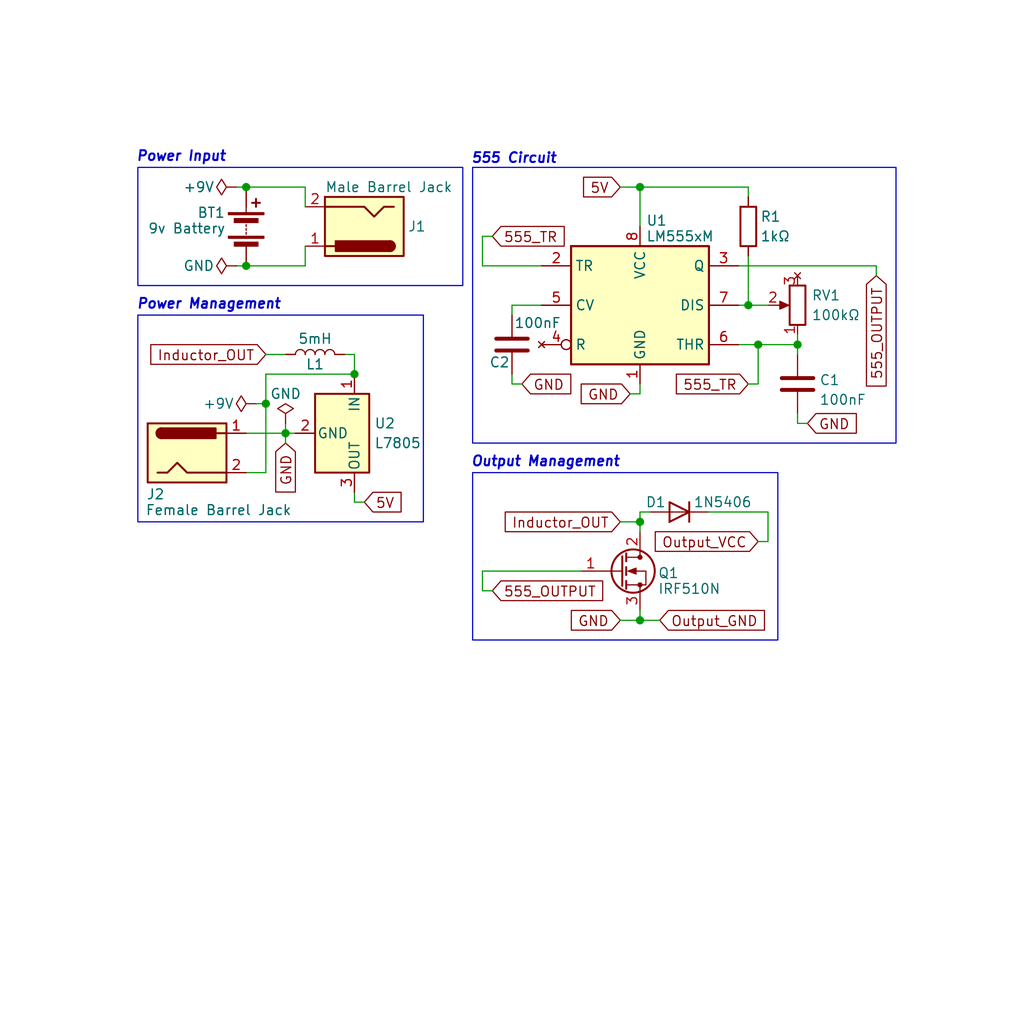
<source format=kicad_sch>
(kicad_sch (version 20231120) (generator "eeschema") (generator_version "8.0")
  (paper "User" 132.08 132.08)
  (title_block (title "Boost Converter") (date "2024-09-19") (rev "2") (company "Nicholas Niles") (comment 1 "Variable DC Boost Converter Circuit"))
  (lib_symbols
    (symbol "Connector:Barrel_Jack" (pin_names (offset 1.016))
      (property "Reference" "J" (at 0 5.334 0))
      (property "Value" "Barrel_Jack" (at 0 -5.08 0))
      (symbol "Barrel_Jack_0_1"
        (rectangle (start -5.08 3.81) (end 5.08 -3.81) (stroke (width 0.254)) (fill (type background)))
        (arc (start -3.302 3.175) (mid -3.9343 2.54) (end -3.302 1.905) (stroke (width 0.254)))
        (arc (start -3.302 3.175) (mid -3.9343 2.54) (end -3.302 1.905) (stroke (width 0.254)) (fill (type outline)))
        (polyline (pts (xy 5.08 2.54) (xy 3.81 2.54)) (stroke (width 0.254)))
        (polyline (pts (xy -3.81 -2.54) (xy -2.54 -2.54) (xy -1.27 -1.27) (xy 0 -2.54) (xy 2.54 -2.54) (xy 5.08 -2.54)) (stroke (width 0.254)))
        (rectangle (start 3.683 3.175) (end -3.302 1.905) (stroke (width 0.254)) (fill (type outline)))
      )
      (symbol "Barrel_Jack_1_1"
        (pin passive line (at 7.62 2.54 180) (length 2.54) (name "~") (number "1"))
        (pin passive line (at 7.62 -2.54 180) (length 2.54) (name "~") (number "2"))
      )
    )
    (symbol "Device:Battery" (pin_numbers hide) (pin_names (offset 0) hide)
      (property "Reference" "BT" (at 2.54 2.54 0))
      (property "Value" "Battery" (at 2.54 0 0))
      (symbol "Battery_0_1"
        (rectangle (start -2.286 -1.27) (end 2.286 -1.524) (fill (type outline)))
        (rectangle (start -2.286 1.778) (end 2.286 1.524) (fill (type outline)))
        (rectangle (start -1.524 -2.032) (end 1.524 -2.54) (fill (type outline)))
        (rectangle (start -1.524 1.016) (end 1.524 0.508) (fill (type outline)))
        (polyline (pts (xy 0 -1.016) (xy 0 -0.762)))
        (polyline (pts (xy 0 -0.508) (xy 0 -0.254)))
        (polyline (pts (xy 0 0) (xy 0 0.254)))
        (polyline (pts (xy 0 1.778) (xy 0 2.54)))
        (polyline (pts (xy 0.762 3.048) (xy 1.778 3.048)) (stroke (width 0.254)))
        (polyline (pts (xy 1.27 3.556) (xy 1.27 2.54)) (stroke (width 0.254)))
      )
      (symbol "Battery_1_1"
        (pin passive line (at 0 5.08 270) (length 2.54) (name "+") (number "1"))
        (pin passive line (at 0 -5.08 90) (length 2.54) (name "-") (number "2"))
      )
    )
    (symbol "Device:C" (pin_numbers hide) (pin_names (offset 0.254))
      (property "Reference" "C" (at 0.635 2.54 0))
      (property "Value" "C" (at 0.635 -2.54 0))
      (symbol "C_0_1"
        (polyline (pts (xy -2.032 -0.762) (xy 2.032 -0.762)) (stroke (width 0.508)))
        (polyline (pts (xy -2.032 0.762) (xy 2.032 0.762)) (stroke (width 0.508)))
      )
      (symbol "C_1_1"
        (pin passive line (at 0 3.81 270) (length 2.794) (name "~") (number "1"))
        (pin passive line (at 0 -3.81 90) (length 2.794) (name "~") (number "2"))
      )
    )
    (symbol "Device:D" (pin_numbers hide) (pin_names (offset 1.016) hide)
      (property "Reference" "D" (at 0 2.54 0))
      (property "Value" "D" (at 0 -2.54 0))
      (symbol "D_0_1"
        (polyline (pts (xy -1.27 1.27) (xy -1.27 -1.27)) (stroke (width 0.254)))
        (polyline (pts (xy 1.27 0) (xy -1.27 0)))
        (polyline (pts (xy 1.27 1.27) (xy 1.27 -1.27) (xy -1.27 0) (xy 1.27 1.27)) (stroke (width 0.254)))
      )
      (symbol "D_1_1"
        (pin passive line (at -3.81 0 0) (length 2.54) (name "K") (number "1"))
        (pin passive line (at 3.81 0 180) (length 2.54) (name "A") (number "2"))
      )
    )
    (symbol "Device:L" (pin_numbers hide) (pin_names (offset 1.016) hide)
      (property "Reference" "L" (at -1.27 0 90))
      (property "Value" "L" (at 1.905 0 90))
      (symbol "L_0_1"
        (arc (start 0 -2.54) (mid 0.6323 -1.905) (end 0 -1.27))
        (arc (start 0 -1.27) (mid 0.6323 -0.635) (end 0 0))
        (arc (start 0 0) (mid 0.6323 0.635) (end 0 1.27))
        (arc (start 0 1.27) (mid 0.6323 1.905) (end 0 2.54))
      )
      (symbol "L_1_1"
        (pin passive line (at 0 3.81 270) (length 1.27) (name "1") (number "1"))
        (pin passive line (at 0 -3.81 90) (length 1.27) (name "2") (number "2"))
      )
    )
    (symbol "Device:R" (pin_numbers hide) (pin_names (offset 0))
      (property "Reference" "R" (at 2.032 0 90))
      (property "Value" "R" (at 0 0 90))
      (symbol "R_0_1"
        (rectangle (start -1.016 -2.54) (end 1.016 2.54) (stroke (width 0.254)))
      )
      (symbol "R_1_1"
        (pin passive line (at 0 3.81 270) (length 1.27) (name "~") (number "1"))
        (pin passive line (at 0 -3.81 90) (length 1.27) (name "~") (number "2"))
      )
    )
    (symbol "Device:R_Potentiometer" (pin_names (offset 1.016) hide)
      (property "Reference" "RV1" (at -1.778 -1.27 0))
      (property "Value" "100kΩ" (at -1.778 1.27 0))
      (symbol "R_Potentiometer_0_1"
        (polyline (pts (xy 2.54 0) (xy 1.524 0)))
        (polyline (pts (xy 1.143 0) (xy 2.286 0.508) (xy 2.286 -0.508) (xy 1.143 0)) (fill (type outline)))
        (rectangle (start 1.016 2.54) (end -1.016 -2.54) (stroke (width 0.254)))
      )
      (symbol "R_Potentiometer_1_1"
        (pin passive line (at 0 3.81 270) (length 1.27) (name "1") (number "1"))
        (pin passive line (at 3.81 0 180) (length 1.27) (name "2") (number "2"))
        (pin no_connect line (at 0 -3.81 90) (length 1.27) (name "3") (number "3"))
      )
    )
    (symbol "Regulator_Linear:L7805" (pin_names (offset 0.254))
      (property "Reference" "U2" (at -1.27 2.54 90))
      (property "Value" "L7805" (at 1.27 2.54 90))
      (symbol "L7805_0_1"
        (rectangle (start -5.08 1.905) (end 5.08 -5.08) (stroke (width 0.254)) (fill (type background)))
      )
      (symbol "L7805_1_1"
        (pin power_in line (at -7.62 0 0) (length 2.54) (name "IN") (number "1"))
        (pin power_in line (at 0 -7.62 90) (length 2.54) (name "GND") (number "2"))
        (pin power_out line (at 7.62 0 180) (length 2.54) (name "OUT") (number "3"))
      )
    )
    (symbol "Timer:LM555xM"
      (property "Reference" "U1" (at 0.762 10.922 0))
      (property "Value" "LM555xM" (at 0.762 8.89 0))
      (symbol "LM555xM_0_0"
        (pin power_in line (at 0 -10.16 90) (length 2.54) (name "GND") (number "1"))
        (pin power_in line (at 0 10.16 270) (length 2.54) (name "VCC") (number "8"))
      )
      (symbol "LM555xM_0_1"
        (rectangle (start -8.89 -7.62) (end 8.89 7.62) (stroke (width 0.254)) (fill (type background)))
        (rectangle (start -8.89 -7.62) (end 8.89 7.62) (stroke (width 0.254)) (fill (type background)))
      )
      (symbol "LM555xM_1_1"
        (pin input line (at -12.7 5.08 0) (length 3.81) (name "TR") (number "2"))
        (pin output line (at 12.7 5.08 180) (length 3.81) (name "Q") (number "3"))
        (pin no_connect inverted (at -12.7 -5.08 0) (length 3.81) (name "R") (number "4"))
        (pin input line (at -12.7 0 0) (length 3.81) (name "CV") (number "5"))
        (pin input line (at 12.7 -5.08 180) (length 3.81) (name "THR") (number "6"))
        (pin input line (at 12.7 0 180) (length 3.81) (name "DIS") (number "7"))
      )
    )
    (symbol "Transistor_FET:IRF540N" (pin_names hide)
      (property "Reference" "Q1" (at 6.35 1.2701 0))
      (property "Value" "IRF540N" (at 6.35 -1.2699 0))
      (symbol "IRF540N_0_1"
        (polyline (pts (xy 0.254 0) (xy -2.54 0)))
        (polyline (pts (xy 0.254 1.905) (xy 0.254 -1.905)) (stroke (width 0.254)))
        (polyline (pts (xy 0.762 -1.27) (xy 0.762 -2.286)) (stroke (width 0.254)))
        (polyline (pts (xy 0.762 0.508) (xy 0.762 -0.508)) (stroke (width 0.254)))
        (polyline (pts (xy 0.762 2.286) (xy 0.762 1.27)) (stroke (width 0.254)))
        (polyline (pts (xy 2.54 2.54) (xy 2.54 1.778)))
        (polyline (pts (xy 3.302 -1.778) (xy 2.54 -1.778) (xy 2.54 -2.54)))
        (polyline (pts (xy 3.302 -1.778) (xy 3.302 0) (xy 1.524 0)))
        (polyline (pts (xy 0.762 -1.778) (xy 2.54 -1.778) (xy 2.54 -1.778) (xy 0.762 -1.778)))
        (polyline (pts (xy 0.762 1.778) (xy 2.54 1.778) (xy 2.54 1.778) (xy 0.762 1.778)))
        (polyline (pts (xy 1.016 0) (xy 2.032 0.381) (xy 2.032 -0.381) (xy 1.016 0)) (fill (type outline)))
        (circle (center 1.651 0) (radius 2.794) (stroke (width 0.254)))
        (circle (center 2.54 -1.778) (radius 0.254) (fill (type outline)))
        (circle (center 2.54 1.778) (radius 0.254) (fill (type outline)))
      )
      (symbol "IRF540N_1_1"
        (pin input line (at -5.08 0 0) (length 2.54) (name "G") (number "1"))
        (pin passive line (at 2.54 5.08 270) (length 2.54) (name "D") (number "2"))
        (pin passive line (at 2.54 -5.08 90) (length 2.54) (name "S") (number "3"))
      )
    )
    (symbol "power:PWR_FLAG" (power) (pin_numbers hide) (pin_names (offset 0) hide)
      (property "Value" "PWR_FLAG" (at 0 3.81 0))
      (symbol "PWR_FLAG_0_0"
        (pin power_out line (at 0 0 90) (length 0) (name "~") (number "1"))
      )
      (symbol "PWR_FLAG_0_1"
        (polyline (pts (xy 0 0) (xy 0 1.27) (xy -1.016 1.905) (xy 0 2.54) (xy 1.016 1.905) (xy 0 1.27)))
      )
    )
  )
  (junction (at 82.55 80.01))
  (junction (at 102.87 44.45))
  (junction (at 97.79 44.45))
  (junction (at 34.29 52.07))
  (junction (at 82.55 67.31))
  (junction (at 45.72 48.26))
  (junction (at 31.75 34.29))
  (junction (at 31.75 24.13))
  (junction (at 82.55 24.13))
  (junction (at 96.52 39.37))
  (junction (at 36.83 55.88))
  (wire (pts (xy 96.52 39.37) (xy 99.06 39.37)))
  (wire (pts (xy 31.75 55.88) (xy 36.83 55.88)))
  (wire (pts (xy 62.23 34.29) (xy 69.85 34.29)))
  (wire (pts (xy 30.48 34.29) (xy 31.75 34.29)))
  (wire (pts (xy 102.87 54.61) (xy 102.87 53.34)))
  (wire (pts (xy 96.52 39.37) (xy 95.25 39.37)))
  (wire (pts (xy 38.1 55.88) (xy 36.83 55.88)))
  (wire (pts (xy 96.52 24.13) (xy 82.55 24.13)))
  (wire (pts (xy 82.55 24.13) (xy 82.55 29.21)))
  (wire (pts (xy 80.01 67.31) (xy 82.55 67.31)))
  (wire (pts (xy 62.23 76.2) (xy 62.23 73.66)))
  (wire (pts (xy 45.72 64.77) (xy 46.99 64.77)))
  (wire (pts (xy 34.29 52.07) (xy 34.29 48.26)))
  (wire (pts (xy 99.06 66.04) (xy 99.06 69.85)))
  (wire (pts (xy 33.02 52.07) (xy 34.29 52.07)))
  (wire (pts (xy 31.75 24.13) (xy 39.37 24.13)))
  (wire (pts (xy 97.79 49.53) (xy 97.79 44.45)))
  (wire (pts (xy 80.01 80.01) (xy 82.55 80.01)))
  (wire (pts (xy 96.52 33.02) (xy 96.52 39.37)))
  (wire (pts (xy 82.55 66.04) (xy 82.55 67.31)))
  (wire (pts (xy 82.55 80.01) (xy 85.09 80.01)))
  (wire (pts (xy 44.45 45.72) (xy 45.72 45.72)))
  (wire (pts (xy 39.37 34.29) (xy 39.37 31.75)))
  (wire (pts (xy 30.48 24.13) (xy 31.75 24.13)))
  (wire (pts (xy 36.83 55.88) (xy 36.83 57.15)))
  (wire (pts (xy 66.04 49.53) (xy 66.04 48.26)))
  (wire (pts (xy 63.5 30.48) (xy 62.23 30.48)))
  (wire (pts (xy 62.23 73.66) (xy 74.93 73.66)))
  (wire (pts (xy 67.31 49.53) (xy 66.04 49.53)))
  (wire (pts (xy 102.87 44.45) (xy 102.87 45.72)))
  (wire (pts (xy 66.04 39.37) (xy 66.04 40.64)))
  (wire (pts (xy 113.03 34.29) (xy 95.25 34.29)))
  (wire (pts (xy 95.25 44.45) (xy 97.79 44.45)))
  (wire (pts (xy 36.83 54.61) (xy 36.83 55.88)))
  (wire (pts (xy 96.52 49.53) (xy 97.79 49.53)))
  (wire (pts (xy 91.44 66.04) (xy 99.06 66.04)))
  (wire (pts (xy 34.29 48.26) (xy 45.72 48.26)))
  (wire (pts (xy 99.06 69.85) (xy 97.79 69.85)))
  (wire (pts (xy 39.37 24.13) (xy 39.37 26.67)))
  (wire (pts (xy 102.87 44.45) (xy 102.87 43.18)))
  (wire (pts (xy 62.23 30.48) (xy 62.23 34.29)))
  (wire (pts (xy 62.23 76.2) (xy 63.5 76.2)))
  (wire (pts (xy 96.52 25.4) (xy 96.52 24.13)))
  (wire (pts (xy 34.29 45.72) (xy 36.83 45.72)))
  (wire (pts (xy 31.75 34.29) (xy 39.37 34.29)))
  (wire (pts (xy 69.85 39.37) (xy 66.04 39.37)))
  (wire (pts (xy 82.55 67.31) (xy 82.55 68.58)))
  (wire (pts (xy 113.03 35.56) (xy 113.03 34.29)))
  (wire (pts (xy 45.72 45.72) (xy 45.72 48.26)))
  (wire (pts (xy 45.72 63.5) (xy 45.72 64.77)))
  (wire (pts (xy 97.79 44.45) (xy 102.87 44.45)))
  (wire (pts (xy 80.01 24.13) (xy 82.55 24.13)))
  (wire (pts (xy 34.29 60.96) (xy 34.29 52.07)))
  (wire (pts (xy 82.55 66.04) (xy 83.82 66.04)))
  (wire (pts (xy 82.55 49.53) (xy 82.55 50.8)))
  (wire (pts (xy 82.55 50.8) (xy 81.28 50.8)))
  (wire (pts (xy 104.14 54.61) (xy 102.87 54.61)))
  (wire (pts (xy 82.55 78.74) (xy 82.55 80.01)))
  (wire (pts (xy 31.75 60.96) (xy 34.29 60.96)))
  (rectangle (start 60.96 60.96) (end 100.33 82.55))
  (rectangle (start 17.78 21.59) (end 59.69 36.83))
  (rectangle (start 17.78 40.64) (end 54.61 67.31))
  (rectangle (start 60.96 21.59) (end 115.57 57.15))
  (text "Power Management" (at 26.924 39.37 0) (effects (font (size 1.27 1.27) (thickness 0.254) (bold yes) (italic yes))))
  (text "Output Management" (at 70.358 59.69 0) (effects (font (size 1.27 1.27) (thickness 0.254) (bold yes) (italic yes))))
  (text "Power Input" (at 23.368 20.32 0) (effects (font (size 1.27 1.27) (thickness 0.254) (bold yes) (italic yes))))
  (text "555 Circuit" (at 66.294 20.574 0) (effects (font (size 1.27 1.27) (bold yes) (italic yes))))
  (global_label "Output_VCC" (shape input) (at 97.79 69.85 180) (property "Intersheetrefs" "${INTERSHEET_REFS}" (effects (hide yes))))
  (global_label "5V" (shape input) (at 80.01 24.13 180) (property "Intersheetrefs" "${INTERSHEET_REFS}" (effects (hide yes))))
  (global_label "GND" (shape input) (at 81.28 50.8 180) (property "Intersheetrefs" "${INTERSHEET_REFS}" (effects (hide yes))))
  (global_label "GND" (shape input) (at 104.14 54.61 0) (property "Intersheetrefs" "${INTERSHEET_REFS}" (effects (hide yes))))
  (global_label "GND" (shape input) (at 80.01 80.01 180) (property "Intersheetrefs" "${INTERSHEET_REFS}" (effects (hide yes))))
  (global_label "Output_GND" (shape input) (at 85.09 80.01 0) (property "Intersheetrefs" "${INTERSHEET_REFS}" (effects (hide yes))))
  (global_label "555_OUTPUT" (shape input) (at 63.5 76.2 0) (property "Intersheetrefs" "${INTERSHEET_REFS}" (effects (hide yes))))
  (global_label "555_TR" (shape input) (at 63.5 30.48 0) (property "Intersheetrefs" "${INTERSHEET_REFS}" (effects (hide yes))))
  (global_label "GND" (shape input) (at 67.31 49.53 0) (property "Intersheetrefs" "${INTERSHEET_REFS}" (effects (hide yes))))
  (global_label "Inductor_OUT" (shape input) (at 34.29 45.72 180) (property "Intersheetrefs" "${INTERSHEET_REFS}" (effects (hide yes))))
  (global_label "Inductor_OUT" (shape input) (at 80.01 67.31 180) (property "Intersheetrefs" "${INTERSHEET_REFS}" (effects (hide yes))))
  (global_label "555_OUTPUT" (shape input) (at 113.03 35.56 270) (property "Intersheetrefs" "${INTERSHEET_REFS}" (effects (hide yes))))
  (global_label "555_TR" (shape input) (at 96.52 49.53 180) (property "Intersheetrefs" "${INTERSHEET_REFS}" (effects (hide yes))))
  (global_label "5V" (shape input) (at 46.99 64.77 0) (property "Intersheetrefs" "${INTERSHEET_REFS}" (effects (hide yes))))
  (global_label "GND" (shape input) (at 36.83 57.15 270) (property "Intersheetrefs" "${INTERSHEET_REFS}" (effects (hide yes))))
  (symbol (lib_id "Device:L") (at 40.64 45.72 90) (unit 1)
    (property "Reference" "L1" (at 40.64 46.99 90))
    (property "Value" "5mH" (at 40.64 43.688 90))
    (property "Description" "Inductor" (effects (hide yes)))
  )
  (symbol (lib_id "Timer:LM555xM") (at 82.55 39.37 0) (unit 1)
    (property "Reference" "U1" (at 83.312 28.448 0) (effects (justify left)))
    (property "Value" "LM555xM" (at 83.312 30.48 0) (effects (justify left)))
    (property "Footprint" "Package_SO:SOIC-8_3.9x4.9mm_P1.27mm" (effects (hide yes)))
    (property "Datasheet" "http://www.ti.com/lit/ds/symlink/lm555.pdf" (effects (hide yes)))
    (property "Description" "Timer, 555 compatible, SOIC-8" (effects (hide yes)))
  )
  (symbol (lib_id "power:PWR_FLAG") (at 30.48 34.29 90) (unit 1)
    (property "Reference" "#FLG04" (effects (hide yes)))
    (property "Value" "GND" (at 27.686 34.29 90) (effects (justify left)))
    (property "Description" "Special symbol for telling ERC where power comes from" (effects (hide yes)))
  )
  (symbol (lib_id "Device:C") (at 102.87 49.53 0) (unit 1)
    (property "Reference" "C1" (at 105.664 49.022 0) (effects (justify left)))
    (property "Value" "100nF" (at 105.664 51.562 0) (effects (justify left)))
    (property "Description" "Unpolarized capacitor" (effects (hide yes)))
  )
  (symbol (lib_id "Regulator_Linear:L7805") (at 45.72 55.88 270) (unit 1)
    (property "Reference" "U2" (at 48.26 54.61 90) (effects (justify left)))
    (property "Value" "L7805" (at 48.26 57.15 90) (effects (justify left)))
    (property "Datasheet" "http://www.st.com/content/ccc/resource/technical/document/datasheet/41/4f/b3/b0/12/d4/47/88/CD00000444.pdf/files/CD00000444.pdf/jcr:content/translations/en.CD00000444.pdf" (effects (hide yes)))
    (property "Description" "Positive 1.5A 35V Linear Regulator, Fixed Output 5V, TO-220/TO-263/TO-252" (effects (hide yes)))
  )
  (symbol (lib_id "power:PWR_FLAG") (at 36.83 54.61 0) (unit 1)
    (property "Reference" "#FLG02" (effects (hide yes)))
    (property "Value" "GND" (at 34.798 50.8 0) (effects (justify left)))
    (property "Description" "Special symbol for telling ERC where power comes from" (effects (hide yes)))
  )
  (symbol (lib_id "power:PWR_FLAG") (at 30.48 24.13 90) (unit 1)
    (property "Reference" "#FLG03" (effects (hide yes)))
    (property "Value" "+9V" (at 27.686 24.13 90) (effects (justify left)))
    (property "Description" "Special symbol for telling ERC where power comes from" (effects (hide yes)))
  )
  (symbol (lib_id "Connector:Barrel_Jack") (at 46.99 29.21 180) (unit 1)
    (property "Reference" "J1" (at 52.578 29.21 0) (effects (justify right)))
    (property "Value" "Male Barrel Jack" (at 41.91 24.13 0) (effects (justify right)))
    (property "Description" "DC Barrel Jack" (effects (hide yes)))
  )
  (symbol (lib_id "power:PWR_FLAG") (at 33.02 52.07 90) (unit 1)
    (property "Reference" "#FLG01" (effects (hide yes)))
    (property "Value" "+9V" (at 30.226 52.07 90) (effects (justify left)))
    (property "Description" "Special symbol for telling ERC where power comes from" (effects (hide yes)))
  )
  (symbol (lib_id "Device:R") (at 96.52 29.21 0) (unit 1)
    (property "Reference" "R1" (at 98.044 27.94 0) (effects (justify left)))
    (property "Value" "1kΩ" (at 98.044 30.48 0) (effects (justify left)))
    (property "Description" "Resistor" (effects (hide yes)))
  )
  (symbol (lib_id "Device:C") (at 66.04 44.45 180) (unit 1)
    (property "Reference" "C2" (at 65.786 46.736 0) (effects (justify left)))
    (property "Value" "100nF" (at 72.39 41.656 0) (effects (justify left)))
    (property "Description" "Unpolarized capacitor" (effects (hide yes)))
  )
  (symbol (lib_id "Transistor_FET:IRF540N") (at 80.01 73.66 0) (unit 1)
    (property "Reference" "Q1" (at 84.836 73.914 0) (effects (justify left)))
    (property "Value" "IRF510N" (at 84.836 75.946 0) (effects (justify left)))
    (property "Footprint" "Package_TO_SOT_THT:TO-220-3_Vertical" (effects (hide yes)))
    (property "Datasheet" "http://www.irf.com/product-info/datasheets/data/irf540n.pdf" (effects (hide yes)))
    (property "Description" "33A Id, 100V Vds, HEXFET N-Channel MOSFET, TO-220" (effects (hide yes)))
  )
  (symbol (lib_id "Connector:Barrel_Jack") (at 24.13 58.42 0) (unit 1)
    (property "Reference" "J2" (at 20.066 63.754 0))
    (property "Value" "Female Barrel Jack" (at 28.194 65.786 0))
    (property "Description" "DC Barrel Jack" (effects (hide yes)))
  )
  (symbol (lib_id "Device:R_Potentiometer") (at 102.87 39.37 180) (unit 1)
    (property "Reference" "RV1" (at 104.648 38.1 0) (effects (justify right)))
    (property "Value" "100kΩ" (at 104.648 40.64 0) (effects (justify right)))
    (property "Description" "Potentiometer" (effects (hide yes)))
  )
  (symbol (lib_id "Device:D") (at 87.63 66.04 180) (unit 1)
    (property "Reference" "D1" (at 84.582 64.77 0))
    (property "Value" "1N5406" (at 93.218 64.77 0))
    (property "Description" "Diode" (effects (hide yes)))
    (property "Sim.Device" "D" (effects (hide yes)))
    (property "Sim.Pins" "1=K 2=A" (effects (hide yes)))
  )
  (symbol (lib_id "Device:Battery") (at 31.75 29.21 0) (unit 1)
    (property "Reference" "BT1" (at 25.4 27.432 0) (effects (justify left)))
    (property "Value" "9v Battery" (at 19.05 29.464 0) (effects (justify left)))
    (property "Description" "Multiple-cell battery" (effects (hide yes)))
  )
)
</source>
